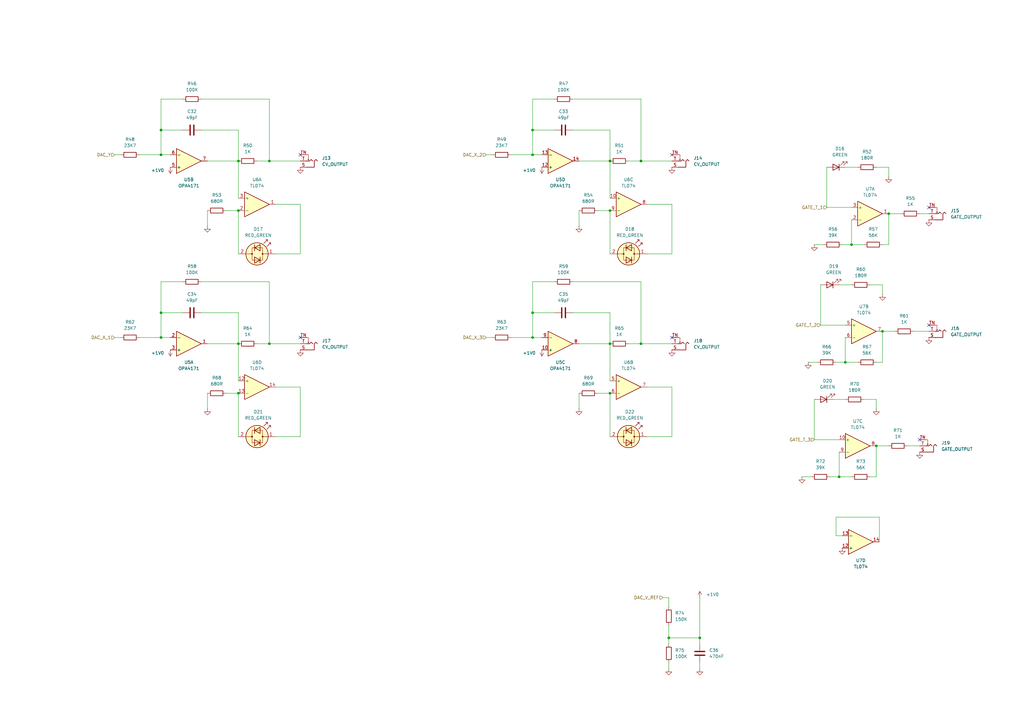
<source format=kicad_sch>
(kicad_sch (version 20250114) (generator "eeschema") (generator_version "9.0")
  (paper "A3")
  (lib_symbols
    (symbol "Amplifier_Operational:OPA4134" (pin_names (offset 0.127))
      (property "Reference" "U" (at 0 5.08 0))
      (property "Value" "OPA4134" (at 0 -5.08 0))
      (symbol "OPA4134_1_1"
        (polyline (pts (xy -5.08 5.08) (xy 5.08 0) (xy -5.08 -5.08) (xy -5.08 5.08)) (stroke (width 0.254)) (fill (type background)))
        (pin input line (at -7.62 2.54 0) (length 2.54) (name "+") (number "3"))
        (pin input line (at -7.62 -2.54 0) (length 2.54) (name "-") (number "2"))
        (pin output line (at 7.62 0 180) (length 2.54) (name "~") (number "1"))
      )
      (symbol "OPA4134_2_1"
        (polyline (pts (xy -5.08 5.08) (xy 5.08 0) (xy -5.08 -5.08) (xy -5.08 5.08)) (stroke (width 0.254)) (fill (type background)))
        (pin input line (at -7.62 2.54 0) (length 2.54) (name "+") (number "5"))
        (pin input line (at -7.62 -2.54 0) (length 2.54) (name "-") (number "6"))
        (pin output line (at 7.62 0 180) (length 2.54) (name "~") (number "7"))
      )
      (symbol "OPA4134_3_1"
        (polyline (pts (xy -5.08 5.08) (xy 5.08 0) (xy -5.08 -5.08) (xy -5.08 5.08)) (stroke (width 0.254)) (fill (type background)))
        (pin input line (at -7.62 2.54 0) (length 2.54) (name "+") (number "10"))
        (pin input line (at -7.62 -2.54 0) (length 2.54) (name "-") (number "9"))
        (pin output line (at 7.62 0 180) (length 2.54) (name "~") (number "8"))
      )
      (symbol "OPA4134_4_1"
        (polyline (pts (xy -5.08 5.08) (xy 5.08 0) (xy -5.08 -5.08) (xy -5.08 5.08)) (stroke (width 0.254)) (fill (type background)))
        (pin input line (at -7.62 2.54 0) (length 2.54) (name "+") (number "12"))
        (pin input line (at -7.62 -2.54 0) (length 2.54) (name "-") (number "13"))
        (pin output line (at 7.62 0 180) (length 2.54) (name "~") (number "14"))
      )
      (symbol "OPA4134_5_1"
        (pin power_in line (at -2.54 7.62 270) (length 3.81) (name "V+") (number "4"))
        (pin power_in line (at -2.54 -7.62 90) (length 3.81) (name "V-") (number "11"))
      )
    )
    (symbol "Amplifier_Operational:TL074" (pin_names (offset 0.127))
      (property "Reference" "U" (at 0 5.08 0))
      (property "Value" "TL074" (at 0 -5.08 0))
      (symbol "TL074_1_1"
        (polyline (pts (xy -5.08 5.08) (xy 5.08 0) (xy -5.08 -5.08) (xy -5.08 5.08)) (stroke (width 0.254)) (fill (type background)))
        (pin input line (at -7.62 2.54 0) (length 2.54) (name "+") (number "3"))
        (pin input line (at -7.62 -2.54 0) (length 2.54) (name "-") (number "2"))
        (pin output line (at 7.62 0 180) (length 2.54) (name "~") (number "1"))
      )
      (symbol "TL074_2_1"
        (polyline (pts (xy -5.08 5.08) (xy 5.08 0) (xy -5.08 -5.08) (xy -5.08 5.08)) (stroke (width 0.254)) (fill (type background)))
        (pin input line (at -7.62 2.54 0) (length 2.54) (name "+") (number "5"))
        (pin input line (at -7.62 -2.54 0) (length 2.54) (name "-") (number "6"))
        (pin output line (at 7.62 0 180) (length 2.54) (name "~") (number "7"))
      )
      (symbol "TL074_3_1"
        (polyline (pts (xy -5.08 5.08) (xy 5.08 0) (xy -5.08 -5.08) (xy -5.08 5.08)) (stroke (width 0.254)) (fill (type background)))
        (pin input line (at -7.62 2.54 0) (length 2.54) (name "+") (number "10"))
        (pin input line (at -7.62 -2.54 0) (length 2.54) (name "-") (number "9"))
        (pin output line (at 7.62 0 180) (length 2.54) (name "~") (number "8"))
      )
      (symbol "TL074_4_1"
        (polyline (pts (xy -5.08 5.08) (xy 5.08 0) (xy -5.08 -5.08) (xy -5.08 5.08)) (stroke (width 0.254)) (fill (type background)))
        (pin input line (at -7.62 2.54 0) (length 2.54) (name "+") (number "12"))
        (pin input line (at -7.62 -2.54 0) (length 2.54) (name "-") (number "13"))
        (pin output line (at 7.62 0 180) (length 2.54) (name "~") (number "14"))
      )
      (symbol "TL074_5_1"
        (pin power_in line (at -2.54 7.62 270) (length 3.81) (name "V+") (number "4"))
        (pin power_in line (at -2.54 -7.62 90) (length 3.81) (name "V-") (number "11"))
      )
    )
    (symbol "Device:C" (pin_numbers (hide yes)) (pin_names (offset 0.254))
      (property "Reference" "C" (at 0.635 2.54 0))
      (property "Value" "C" (at 0.635 -2.54 0))
      (symbol "C_0_1"
        (polyline (pts (xy -2.032 0.762) (xy 2.032 0.762)) (stroke (width 0.508)))
        (polyline (pts (xy -2.032 -0.762) (xy 2.032 -0.762)) (stroke (width 0.508)))
      )
      (symbol "C_1_1"
        (pin passive line (at 0 3.81 270) (length 2.794) (name "~") (number "1"))
        (pin passive line (at 0 -3.81 90) (length 2.794) (name "~") (number "2"))
      )
    )
    (symbol "Device:LED_Dual_Bidirectional" (pin_names (offset 0) (hide yes))
      (property "Reference" "D" (at 0 5.715 0))
      (property "Value" "LED_Dual_Bidirectional" (at 0 -6.35 0))
      (symbol "LED_Dual_Bidirectional_0_1"
        (polyline (pts (xy -4.572 0) (xy -2.54 0)))
        (circle (center -2.032 0) (radius 0.254) (fill (type outline)))
        (polyline (pts (xy -2.032 0) (xy -2.54 0)))
        (polyline (pts (xy -1.016 3.81) (xy -1.016 1.27)) (stroke (width 0.254)))
        (polyline (pts (xy -1.016 -1.27) (xy -1.016 -3.81) (xy 1.27 -2.54) (xy -1.016 -1.27)) (stroke (width 0.254)))
        (circle (center 0 0) (radius 4.572) (stroke (width 0.254)) (fill (type background)))
        (polyline (pts (xy 1.27 3.81) (xy 1.27 1.27) (xy -1.016 2.54) (xy 1.27 3.81)) (stroke (width 0.254)))
        (polyline (pts (xy 1.27 -1.27) (xy 1.27 -3.81)) (stroke (width 0.254)))
        (polyline (pts (xy 2.286 2.54) (xy -2.032 2.54) (xy -2.032 -2.54) (xy 2.286 -2.54) (xy 2.286 2.54)))
        (circle (center 2.286 0) (radius 0.254) (fill (type outline)))
        (polyline (pts (xy 2.794 4.318) (xy 4.318 5.842) (xy 3.556 5.842)) (stroke (width 0.2032)))
        (polyline (pts (xy 4.064 3.048) (xy 5.588 4.572) (xy 4.826 4.572)) (stroke (width 0.2032)))
        (polyline (pts (xy 4.064 0) (xy 2.286 0)) (fill (type outline)))
        (polyline (pts (xy 4.318 5.842) (xy 4.318 5.08)) (stroke (width 0.2032)))
        (polyline (pts (xy 5.588 4.572) (xy 5.588 3.81)) (stroke (width 0.2032)))
      )
      (symbol "LED_Dual_Bidirectional_1_1"
        (pin input line (at -7.62 0 0) (length 3.048) (name "AK") (number "2"))
        (pin input line (at 7.62 0 180) (length 3.81) (name "KA") (number "1"))
      )
    )
    (symbol "Device:R" (pin_numbers (hide yes)) (pin_names (offset 0))
      (property "Reference" "R" (at 2.032 0 90))
      (property "Value" "R" (at 0 0 90))
      (symbol "R_0_1"
        (rectangle (start -1.016 -2.54) (end 1.016 2.54) (stroke (width 0.254)))
      )
      (symbol "R_1_1"
        (pin passive line (at 0 3.81 270) (length 1.27) (name "~") (number "1"))
        (pin passive line (at 0 -3.81 90) (length 1.27) (name "~") (number "2"))
      )
    )
    (symbol "power:+1V0" (power) (pin_numbers (hide yes)) (pin_names (offset 0) (hide yes))
      (property "Value" "+1V0" (at 0 3.556 0))
      (symbol "+1V0_0_1"
        (polyline (pts (xy -0.762 1.27) (xy 0 2.54)))
        (polyline (pts (xy 0 2.54) (xy 0.762 1.27)))
        (polyline (pts (xy 0 0) (xy 0 2.54)))
      )
      (symbol "+1V0_1_1"
        (pin power_in line (at 0 0 90) (length 0) (name "~") (number "1"))
      )
    )
    (symbol "power:GND" (power) (pin_numbers (hide yes)) (pin_names (offset 0) (hide yes))
      (property "Value" "GND" (at 0 -3.81 0))
      (symbol "GND_0_1"
        (polyline (pts (xy 0 0) (xy 0 -1.27) (xy 1.27 -1.27) (xy 0 -2.54) (xy -1.27 -1.27) (xy 0 -1.27)))
      )
      (symbol "GND_1_1"
        (pin power_in line (at 0 0 270) (length 0) (name "~") (number "1"))
      )
    )
    (symbol "synth:AudioJack_Mono_3.5mm"
      (property "Reference" "J" (at 0 8.89 0))
      (property "Value" "AudioJack_Mono_3.5mm" (at 0 6.35 0))
      (symbol "AudioJack_Mono_3.5mm_0_1"
        (polyline (pts (xy 0 0) (xy 0.635 -0.635) (xy 1.27 0) (xy 2.54 0)) (stroke (width 0.254)))
        (polyline (pts (xy 1.778 -0.254) (xy 2.032 -0.762)))
        (polyline (pts (xy 2.54 2.54) (xy -0.635 2.54) (xy -0.635 0) (xy -1.27 -0.635) (xy -1.905 0)) (stroke (width 0.254)))
        (polyline (pts (xy 2.54 -2.54) (xy 1.778 -2.54) (xy 1.778 -0.254) (xy 1.524 -0.762)))
      )
      (symbol "AudioJack_Mono_3.5mm_1_1"
        (pin passive line (at 5.08 2.54 180) (length 2.54) (name "~") (number "S"))
        (pin passive line (at 5.08 0 180) (length 2.54) (name "~") (number "T"))
        (pin passive line (at 5.08 -2.54 180) (length 2.54) (name "~") (number "TN"))
      )
    )
    (symbol "synth:LED (3mm)" (pin_numbers (hide yes)) (pin_names (offset 1.016) (hide yes))
      (property "Reference" "D" (at 0 2.54 0))
      (property "Value" "LED" (at 0 -2.54 0))
      (symbol "LED (3mm)_0_1"
        (polyline (pts (xy -3.048 -0.762) (xy -4.572 -2.286) (xy -3.81 -2.286) (xy -4.572 -2.286) (xy -4.572 -1.524)))
        (polyline (pts (xy -1.778 -0.762) (xy -3.302 -2.286) (xy -2.54 -2.286) (xy -3.302 -2.286) (xy -3.302 -1.524)))
        (polyline (pts (xy -1.27 0) (xy 1.27 0)))
        (polyline (pts (xy -1.27 -1.27) (xy -1.27 1.27)) (stroke (width 0.254)))
        (polyline (pts (xy 1.27 -1.27) (xy 1.27 1.27) (xy -1.27 0) (xy 1.27 -1.27)) (stroke (width 0.254)))
      )
      (symbol "LED (3mm)_1_1"
        (pin passive line (at -3.81 0 0) (length 2.54) (name "K") (number "1"))
        (pin passive line (at 3.81 0 180) (length 2.54) (name "A") (number "2"))
      )
    )
  )
  (junction (at 66.04 128.27))
  (junction (at 97.79 161.29))
  (junction (at 97.79 66.04))
  (junction (at 66.04 53.34))
  (junction (at 250.19 161.29))
  (junction (at 349.25 100.33))
  (junction (at 66.04 63.5))
  (junction (at 250.19 86.36))
  (junction (at 359.41 182.88))
  (junction (at 66.04 138.43))
  (junction (at 287.02 261.62))
  (junction (at 218.44 63.5))
  (junction (at 346.71 148.59))
  (junction (at 218.44 53.34))
  (junction (at 97.79 86.36))
  (junction (at 262.89 66.04))
  (junction (at 110.49 140.97))
  (junction (at 218.44 128.27))
  (junction (at 262.89 140.97))
  (junction (at 250.19 66.04))
  (junction (at 250.19 140.97))
  (junction (at 97.79 140.97))
  (junction (at 364.49 87.63))
  (junction (at 218.44 138.43))
  (junction (at 361.95 135.89))
  (junction (at 110.49 66.04))
  (junction (at 274.32 261.62))
  (junction (at 344.17 195.58))
  (no_connect (at 377.19 180.34))
  (no_connect (at 275.59 138.43))
  (no_connect (at 275.59 63.5))
  (no_connect (at 123.19 63.5))
  (no_connect (at 381 133.35))
  (no_connect (at 381 85.09))
  (no_connect (at 123.19 138.43))
  (wire (pts (xy 359.41 148.59) (xy 361.95 148.59)))
  (wire (pts (xy 227.33 128.27) (xy 218.44 128.27)))
  (wire (pts (xy 82.55 115.57) (xy 110.49 115.57)))
  (wire (pts (xy 46.99 138.43) (xy 49.53 138.43)))
  (wire (pts (xy 218.44 63.5) (xy 222.25 63.5)))
  (wire (pts (xy 66.04 128.27) (xy 66.04 138.43)))
  (wire (pts (xy 250.19 128.27) (xy 250.19 140.97)))
  (wire (pts (xy 97.79 53.34) (xy 97.79 66.04)))
  (wire (pts (xy 346.71 163.83) (xy 341.63 163.83)))
  (wire (pts (xy 334.01 163.83) (xy 334.01 180.34)))
  (wire (pts (xy 234.95 115.57) (xy 262.89 115.57)))
  (wire (pts (xy 123.19 158.75) (xy 113.03 158.75)))
  (wire (pts (xy 346.71 148.59) (xy 351.79 148.59)))
  (wire (pts (xy 364.49 182.88) (xy 359.41 182.88)))
  (wire (pts (xy 123.19 104.14) (xy 123.19 83.82)))
  (wire (pts (xy 287.02 264.16) (xy 287.02 261.62)))
  (wire (pts (xy 342.9 148.59) (xy 346.71 148.59)))
  (wire (pts (xy 359.41 195.58) (xy 359.41 182.88)))
  (wire (pts (xy 97.79 128.27) (xy 97.79 140.97)))
  (wire (pts (xy 381 135.89) (xy 374.65 135.89)))
  (wire (pts (xy 274.32 261.62) (xy 274.32 264.16)))
  (wire (pts (xy 274.32 256.54) (xy 274.32 261.62)))
  (wire (pts (xy 377.19 182.88) (xy 372.11 182.88)))
  (wire (pts (xy 234.95 40.64) (xy 262.89 40.64)))
  (wire (pts (xy 359.41 163.83) (xy 359.41 167.64)))
  (wire (pts (xy 265.43 104.14) (xy 275.59 104.14)))
  (wire (pts (xy 110.49 115.57) (xy 110.49 140.97)))
  (wire (pts (xy 331.47 148.59) (xy 335.28 148.59)))
  (wire (pts (xy 92.71 86.36) (xy 97.79 86.36)))
  (wire (pts (xy 257.81 66.04) (xy 262.89 66.04)))
  (wire (pts (xy 349.25 85.09) (xy 339.09 85.09)))
  (wire (pts (xy 227.33 115.57) (xy 218.44 115.57)))
  (wire (pts (xy 110.49 66.04) (xy 123.19 66.04)))
  (wire (pts (xy 344.17 185.42) (xy 344.17 195.58)))
  (wire (pts (xy 199.39 63.5) (xy 201.93 63.5)))
  (wire (pts (xy 92.71 161.29) (xy 97.79 161.29)))
  (wire (pts (xy 105.41 140.97) (xy 110.49 140.97)))
  (wire (pts (xy 237.49 92.71) (xy 237.49 86.36)))
  (wire (pts (xy 57.15 138.43) (xy 66.04 138.43)))
  (wire (pts (xy 85.09 140.97) (xy 97.79 140.97)))
  (wire (pts (xy 351.79 68.58) (xy 346.71 68.58)))
  (wire (pts (xy 349.25 116.84) (xy 344.17 116.84)))
  (wire (pts (xy 74.93 53.34) (xy 66.04 53.34)))
  (wire (pts (xy 97.79 140.97) (xy 97.79 156.21)))
  (wire (pts (xy 346.71 138.43) (xy 346.71 148.59)))
  (wire (pts (xy 364.49 68.58) (xy 359.41 68.58)))
  (wire (pts (xy 340.36 195.58) (xy 344.17 195.58)))
  (wire (pts (xy 287.02 274.32) (xy 287.02 271.78)))
  (wire (pts (xy 227.33 40.64) (xy 218.44 40.64)))
  (wire (pts (xy 199.39 138.43) (xy 201.93 138.43)))
  (wire (pts (xy 345.44 100.33) (xy 349.25 100.33)))
  (wire (pts (xy 85.09 92.71) (xy 85.09 86.36)))
  (wire (pts (xy 209.55 138.43) (xy 218.44 138.43)))
  (wire (pts (xy 342.9 219.71) (xy 342.9 212.09)))
  (wire (pts (xy 66.04 138.43) (xy 69.85 138.43)))
  (wire (pts (xy 82.55 53.34) (xy 97.79 53.34)))
  (wire (pts (xy 328.93 195.58) (xy 332.74 195.58)))
  (wire (pts (xy 275.59 83.82) (xy 265.43 83.82)))
  (wire (pts (xy 227.33 53.34) (xy 218.44 53.34)))
  (wire (pts (xy 97.79 161.29) (xy 97.79 179.07)))
  (wire (pts (xy 336.55 116.84) (xy 336.55 133.35)))
  (wire (pts (xy 275.59 158.75) (xy 265.43 158.75)))
  (wire (pts (xy 250.19 140.97) (xy 250.19 156.21)))
  (wire (pts (xy 262.89 140.97) (xy 275.59 140.97)))
  (wire (pts (xy 218.44 40.64) (xy 218.44 53.34)))
  (wire (pts (xy 364.49 68.58) (xy 364.49 72.39)))
  (wire (pts (xy 97.79 66.04) (xy 97.79 81.28)))
  (wire (pts (xy 245.11 161.29) (xy 250.19 161.29)))
  (wire (pts (xy 287.02 245.11) (xy 287.02 261.62)))
  (wire (pts (xy 97.79 86.36) (xy 97.79 104.14)))
  (wire (pts (xy 262.89 66.04) (xy 275.59 66.04)))
  (wire (pts (xy 361.95 100.33) (xy 364.49 100.33)))
  (wire (pts (xy 364.49 100.33) (xy 364.49 87.63)))
  (wire (pts (xy 66.04 63.5) (xy 69.85 63.5)))
  (wire (pts (xy 257.81 140.97) (xy 262.89 140.97)))
  (wire (pts (xy 218.44 53.34) (xy 218.44 63.5)))
  (wire (pts (xy 369.57 87.63) (xy 364.49 87.63)))
  (wire (pts (xy 218.44 115.57) (xy 218.44 128.27)))
  (wire (pts (xy 66.04 115.57) (xy 66.04 128.27)))
  (wire (pts (xy 74.93 128.27) (xy 66.04 128.27)))
  (wire (pts (xy 234.95 53.34) (xy 250.19 53.34)))
  (wire (pts (xy 265.43 179.07) (xy 275.59 179.07)))
  (wire (pts (xy 74.93 40.64) (xy 66.04 40.64)))
  (wire (pts (xy 361.95 116.84) (xy 356.87 116.84)))
  (wire (pts (xy 262.89 40.64) (xy 262.89 66.04)))
  (wire (pts (xy 123.19 83.82) (xy 113.03 83.82)))
  (wire (pts (xy 344.17 195.58) (xy 349.25 195.58)))
  (wire (pts (xy 250.19 161.29) (xy 250.19 179.07)))
  (wire (pts (xy 82.55 128.27) (xy 97.79 128.27)))
  (wire (pts (xy 360.68 212.09) (xy 360.68 222.25)))
  (wire (pts (xy 105.41 66.04) (xy 110.49 66.04)))
  (wire (pts (xy 237.49 140.97) (xy 250.19 140.97)))
  (wire (pts (xy 271.78 245.11) (xy 274.32 245.11)))
  (wire (pts (xy 274.32 245.11) (xy 274.32 248.92)))
  (wire (pts (xy 349.25 90.17) (xy 349.25 100.33)))
  (wire (pts (xy 342.9 212.09) (xy 360.68 212.09)))
  (wire (pts (xy 250.19 53.34) (xy 250.19 66.04)))
  (wire (pts (xy 345.44 219.71) (xy 342.9 219.71)))
  (wire (pts (xy 274.32 261.62) (xy 287.02 261.62)))
  (wire (pts (xy 209.55 63.5) (xy 218.44 63.5)))
  (wire (pts (xy 237.49 167.64) (xy 237.49 161.29)))
  (wire (pts (xy 66.04 40.64) (xy 66.04 53.34)))
  (wire (pts (xy 218.44 128.27) (xy 218.44 138.43)))
  (wire (pts (xy 346.71 133.35) (xy 336.55 133.35)))
  (wire (pts (xy 113.03 104.14) (xy 123.19 104.14)))
  (wire (pts (xy 46.99 63.5) (xy 49.53 63.5)))
  (wire (pts (xy 113.03 179.07) (xy 123.19 179.07)))
  (wire (pts (xy 85.09 167.64) (xy 85.09 161.29)))
  (wire (pts (xy 361.95 116.84) (xy 361.95 120.65)))
  (wire (pts (xy 359.41 163.83) (xy 354.33 163.83)))
  (wire (pts (xy 234.95 128.27) (xy 250.19 128.27)))
  (wire (pts (xy 339.09 68.58) (xy 339.09 85.09)))
  (wire (pts (xy 349.25 100.33) (xy 354.33 100.33)))
  (wire (pts (xy 381 87.63) (xy 377.19 87.63)))
  (wire (pts (xy 66.04 53.34) (xy 66.04 63.5)))
  (wire (pts (xy 344.17 180.34) (xy 334.01 180.34)))
  (wire (pts (xy 123.19 179.07) (xy 123.19 158.75)))
  (wire (pts (xy 274.32 271.78) (xy 274.32 274.32)))
  (wire (pts (xy 110.49 140.97) (xy 123.19 140.97)))
  (wire (pts (xy 361.95 148.59) (xy 361.95 135.89)))
  (wire (pts (xy 334.01 100.33) (xy 337.82 100.33)))
  (wire (pts (xy 250.19 66.04) (xy 250.19 81.28)))
  (wire (pts (xy 57.15 63.5) (xy 66.04 63.5)))
  (wire (pts (xy 82.55 40.64) (xy 110.49 40.64)))
  (wire (pts (xy 356.87 195.58) (xy 359.41 195.58)))
  (wire (pts (xy 262.89 115.57) (xy 262.89 140.97)))
  (wire (pts (xy 237.49 66.04) (xy 250.19 66.04)))
  (wire (pts (xy 275.59 179.07) (xy 275.59 158.75)))
  (wire (pts (xy 74.93 115.57) (xy 66.04 115.57)))
  (wire (pts (xy 110.49 40.64) (xy 110.49 66.04)))
  (wire (pts (xy 275.59 104.14) (xy 275.59 83.82)))
  (wire (pts (xy 250.19 86.36) (xy 250.19 104.14)))
  (wire (pts (xy 85.09 66.04) (xy 97.79 66.04)))
  (wire (pts (xy 218.44 138.43) (xy 222.25 138.43)))
  (wire (pts (xy 245.11 86.36) (xy 250.19 86.36)))
  (wire (pts (xy 367.03 135.89) (xy 361.95 135.89)))
  (hierarchical_label "DAC_X_3" (shape input) (at 199.39 138.43 180))
  (hierarchical_label "DAC_V_REF" (shape input) (at 271.78 245.11 180))
  (hierarchical_label "GATE_T_1" (shape input) (at 339.09 85.09 180))
  (hierarchical_label "DAC_X_1" (shape input) (at 46.99 138.43 180))
  (hierarchical_label "DAC_Y" (shape input) (at 46.99 63.5 180))
  (hierarchical_label "DAC_X_2" (shape input) (at 199.39 63.5 180))
  (hierarchical_label "GATE_T_3" (shape input) (at 334.01 180.34 180))
  (hierarchical_label "GATE_T_2" (shape input) (at 336.55 133.35 180))
  (symbol (lib_id "Amplifier_Operational:OPA4134") (at 229.87 140.97 0) (mirror x) (unit 3)
    (property "Reference" "U5" (at 229.87 148.59 0))
    (property "Value" "OPA4171" (at 229.87 151.13 0))
    (property "Footprint" "Synth:SOIC-14" (effects (hide yes)))
    (property "Datasheet" "http://www.ti.com/lit/ds/symlink/opa134.pdf" (effects (hide yes)))
    (property "Description" "Quad SoundPlus High Performance Audio Operational Amplifiers, SOIC-14" (effects (hide yes)))
  )
  (symbol (lib_id "synth:LED (3mm)") (at 340.36 116.84 180) (unit 1)
    (property "Reference" "D19" (at 341.9475 109.22 0))
    (property "Value" "GREEN" (at 341.9475 111.76 0))
    (property "Footprint" "Synth:LED_D3.0mm_SM" (effects (hide yes)))
    (property "Description" "Light emitting diode" (effects (hide yes)))
  )
  (symbol (lib_id "synth:AudioJack_Mono_3.5mm") (at 386.08 87.63 180) (unit 1)
    (property "Reference" "J15" (at 389.89 86.4234 0) (effects (justify right)))
    (property "Value" "GATE_OUTPUT" (at 389.89 88.9634 0) (effects (justify right)))
    (property "Footprint" "Synth:Jack_3.5mm_QingPu_WQP-PJ398SM_SM" (effects (hide yes)))
    (property "Description" "Audio Jack, 2 Poles (Mono / TS), Switched T Pole (Normalling)" (effects (hide yes)))
  )
  (symbol (lib_id "Device:R") (at 231.14 40.64 90) (unit 1)
    (property "Reference" "R47" (at 231.14 34.29 90))
    (property "Value" "100K" (at 231.14 36.83 90))
    (property "Footprint" "Resistor_SMD:R_0805_2012Metric_Pad1.20x1.40mm_HandSolder" (effects (hide yes)))
    (property "Description" "Resistor" (effects (hide yes)))
  )
  (symbol (lib_id "synth:AudioJack_Mono_3.5mm") (at 280.67 140.97 180) (unit 1)
    (property "Reference" "J18" (at 284.48 139.7634 0) (effects (justify right)))
    (property "Value" "CV_OUTPUT" (at 284.48 142.3034 0) (effects (justify right)))
    (property "Footprint" "Synth:Jack_3.5mm_QingPu_WQP-PJ398SM_SM" (effects (hide yes)))
    (property "Description" "Audio Jack, 2 Poles (Mono / TS), Switched T Pole (Normalling)" (effects (hide yes)))
  )
  (symbol (lib_id "power:GND") (at 123.19 68.58 0) (unit 1)
    (property "Reference" "#PWR0225" (effects (hide yes)))
    (property "Value" "GND" (effects (hide yes)))
    (property "Description" "Power symbol creates a global label with name \"GND\" , ground" (effects (hide yes)))
  )
  (symbol (lib_id "Device:R") (at 336.55 195.58 90) (unit 1)
    (property "Reference" "R72" (at 336.55 189.23 90))
    (property "Value" "39K" (at 336.55 191.77 90))
    (property "Footprint" "Resistor_SMD:R_0805_2012Metric_Pad1.20x1.40mm_HandSolder" (effects (hide yes)))
    (property "Description" "Resistor" (effects (hide yes)))
  )
  (symbol (lib_id "synth:AudioJack_Mono_3.5mm") (at 128.27 66.04 180) (unit 1)
    (property "Reference" "J13" (at 132.08 64.8334 0) (effects (justify right)))
    (property "Value" "CV_OUTPUT" (at 132.08 67.3734 0) (effects (justify right)))
    (property "Footprint" "Synth:Jack_3.5mm_QingPu_WQP-PJ398SM_SM" (effects (hide yes)))
    (property "Description" "Audio Jack, 2 Poles (Mono / TS), Switched T Pole (Normalling)" (effects (hide yes)))
  )
  (symbol (lib_id "Device:R") (at 53.34 138.43 90) (unit 1)
    (property "Reference" "R62" (at 53.34 132.08 90))
    (property "Value" "23K7" (at 53.34 134.62 90))
    (property "Footprint" "Resistor_SMD:R_0805_2012Metric_Pad1.20x1.40mm_HandSolder" (effects (hide yes)))
    (property "Description" "Resistor" (effects (hide yes)))
  )
  (symbol (lib_id "power:GND") (at 85.09 92.71 0) (unit 1)
    (property "Reference" "#PWR0226" (effects (hide yes)))
    (property "Value" "GND" (effects (hide yes)))
    (property "Description" "Power symbol creates a global label with name \"GND\" , ground" (effects (hide yes)))
  )
  (symbol (lib_id "power:GND") (at 381 90.17 0) (unit 1)
    (property "Reference" "#PWR0234" (effects (hide yes)))
    (property "Value" "GND" (effects (hide yes)))
    (property "Description" "Power symbol creates a global label with name \"GND\" , ground" (effects (hide yes)))
  )
  (symbol (lib_id "Device:C") (at 78.74 128.27 270) (unit 1)
    (property "Reference" "C34" (at 78.74 120.65 90))
    (property "Value" "49pF" (at 78.74 123.19 90))
    (property "Footprint" "Capacitor_SMD:C_0805_2012Metric_Pad1.18x1.45mm_HandSolder" (effects (hide yes)))
    (property "Description" "Unpolarized capacitor" (effects (hide yes)))
  )
  (symbol (lib_id "Device:R") (at 205.74 63.5 90) (unit 1)
    (property "Reference" "R49" (at 205.74 57.15 90))
    (property "Value" "23K7" (at 205.74 59.69 90))
    (property "Footprint" "Resistor_SMD:R_0805_2012Metric_Pad1.20x1.40mm_HandSolder" (effects (hide yes)))
    (property "Description" "Resistor" (effects (hide yes)))
  )
  (symbol (lib_id "Device:R") (at 341.63 100.33 90) (unit 1)
    (property "Reference" "R56" (at 341.63 93.98 90))
    (property "Value" "39K" (at 341.63 96.52 90))
    (property "Footprint" "Resistor_SMD:R_0805_2012Metric_Pad1.20x1.40mm_HandSolder" (effects (hide yes)))
    (property "Description" "Resistor" (effects (hide yes)))
  )
  (symbol (lib_id "Amplifier_Operational:OPA4134") (at 77.47 66.04 0) (mirror x) (unit 2)
    (property "Reference" "U5" (at 77.47 73.66 0))
    (property "Value" "OPA4171" (at 77.47 76.2 0))
    (property "Footprint" "Synth:SOIC-14" (effects (hide yes)))
    (property "Datasheet" "http://www.ti.com/lit/ds/symlink/opa134.pdf" (effects (hide yes)))
    (property "Description" "Quad SoundPlus High Performance Audio Operational Amplifiers, SOIC-14" (effects (hide yes)))
  )
  (symbol (lib_id "Device:LED_Dual_Bidirectional") (at 105.41 179.07 0) (unit 1)
    (property "Reference" "D21" (at 105.9053 168.91 0))
    (property "Value" "RED_GREEN" (at 105.9053 171.45 0))
    (property "Footprint" "Synth:LED_D3.0mm_SM" (effects (hide yes)))
    (property "Description" "Dual LED, bidirectional" (effects (hide yes)))
  )
  (symbol (lib_id "Device:C") (at 78.74 53.34 270) (unit 1)
    (property "Reference" "C32" (at 78.74 45.72 90))
    (property "Value" "49pF" (at 78.74 48.26 90))
    (property "Footprint" "Capacitor_SMD:C_0805_2012Metric_Pad1.18x1.45mm_HandSolder" (effects (hide yes)))
    (property "Description" "Unpolarized capacitor" (effects (hide yes)))
  )
  (symbol (lib_id "Device:R") (at 355.6 148.59 90) (unit 1)
    (property "Reference" "R67" (at 355.6 142.24 90))
    (property "Value" "56K" (at 355.6 144.78 90))
    (property "Footprint" "Resistor_SMD:R_0805_2012Metric_Pad1.20x1.40mm_HandSolder" (effects (hide yes)))
    (property "Description" "Resistor" (effects (hide yes)))
  )
  (symbol (lib_id "Device:R") (at 88.9 86.36 90) (unit 1)
    (property "Reference" "R53" (at 88.9 80.01 90))
    (property "Value" "680R" (at 88.9 82.55 90))
    (property "Footprint" "Resistor_SMD:R_0805_2012Metric_Pad1.20x1.40mm_HandSolder" (effects (hide yes)))
    (property "Description" "Resistor" (effects (hide yes)))
  )
  (symbol (lib_id "synth:AudioJack_Mono_3.5mm") (at 386.08 135.89 180) (unit 1)
    (property "Reference" "J16" (at 389.89 134.6834 0) (effects (justify right)))
    (property "Value" "GATE_OUTPUT" (at 389.89 137.2234 0) (effects (justify right)))
    (property "Footprint" "Synth:Jack_3.5mm_QingPu_WQP-PJ398SM_SM" (effects (hide yes)))
    (property "Description" "Audio Jack, 2 Poles (Mono / TS), Switched T Pole (Normalling)" (effects (hide yes)))
  )
  (symbol (lib_id "power:GND") (at 359.41 167.64 0) (unit 1)
    (property "Reference" "#PWR0239" (effects (hide yes)))
    (property "Value" "GND" (effects (hide yes)))
    (property "Description" "Power symbol creates a global label with name \"GND\" , ground" (effects (hide yes)))
  )
  (symbol (lib_id "power:GND") (at 331.47 148.59 0) (unit 1)
    (property "Reference" "#PWR0238" (effects (hide yes)))
    (property "Value" "GND" (effects (hide yes)))
    (property "Description" "Power symbol creates a global label with name \"GND\" , ground" (effects (hide yes)))
  )
  (symbol (lib_id "Device:R") (at 241.3 86.36 90) (unit 1)
    (property "Reference" "R54" (at 241.3 80.01 90))
    (property "Value" "680R" (at 241.3 82.55 90))
    (property "Footprint" "Resistor_SMD:R_0805_2012Metric_Pad1.20x1.40mm_HandSolder" (effects (hide yes)))
    (property "Description" "Resistor" (effects (hide yes)))
  )
  (symbol (lib_id "Amplifier_Operational:TL074") (at 105.41 158.75 0) (unit 4)
    (property "Reference" "U6" (at 105.41 148.59 0))
    (property "Value" "TL074" (at 105.41 151.13 0))
    (property "Footprint" "Synth:SOIC-14" (effects (hide yes)))
    (property "Datasheet" "http://www.ti.com/lit/ds/symlink/tl071.pdf" (effects (hide yes)))
    (property "Description" "Quad Low-Noise JFET-Input Operational Amplifiers, DIP-14/SOIC-14" (effects (hide yes)))
  )
  (symbol (lib_id "Device:R") (at 355.6 68.58 90) (unit 1)
    (property "Reference" "R52" (at 355.6 62.23 90))
    (property "Value" "180R" (at 355.6 64.77 90))
    (property "Footprint" "Resistor_SMD:R_0805_2012Metric_Pad1.20x1.40mm_HandSolder" (effects (hide yes)))
    (property "Description" "Resistor" (effects (hide yes)))
  )
  (symbol (lib_id "synth:LED (3mm)") (at 337.82 163.83 180) (unit 1)
    (property "Reference" "D20" (at 339.4075 156.21 0))
    (property "Value" "GREEN" (at 339.4075 158.75 0))
    (property "Footprint" "Synth:LED_D3.0mm_SM" (effects (hide yes)))
    (property "Description" "Light emitting diode" (effects (hide yes)))
  )
  (symbol (lib_id "Device:R") (at 254 140.97 90) (unit 1)
    (property "Reference" "R65" (at 254 134.62 90))
    (property "Value" "1K" (at 254 137.16 90))
    (property "Footprint" "Resistor_SMD:R_0805_2012Metric_Pad1.20x1.40mm_HandSolder" (effects (hide yes)))
    (property "Description" "Resistor" (effects (hide yes)))
  )
  (symbol (lib_id "power:+1V0") (at 222.25 143.51 180) (unit 1)
    (property "Reference" "#PWR0141" (effects (hide yes)))
    (property "Value" "+1V0" (at 219.71 144.7799 0) (effects (justify left)))
    (property "Description" "Power symbol creates a global label with name \"+1V0\"" (effects (hide yes)))
  )
  (symbol (lib_id "Device:R") (at 254 66.04 90) (unit 1)
    (property "Reference" "R51" (at 254 59.69 90))
    (property "Value" "1K" (at 254 62.23 90))
    (property "Footprint" "Resistor_SMD:R_0805_2012Metric_Pad1.20x1.40mm_HandSolder" (effects (hide yes)))
    (property "Description" "Resistor" (effects (hide yes)))
  )
  (symbol (lib_id "Amplifier_Operational:OPA4134") (at 229.87 66.04 0) (mirror x) (unit 4)
    (property "Reference" "U5" (at 229.87 73.66 0))
    (property "Value" "OPA4171" (at 229.87 76.2 0))
    (property "Footprint" "Synth:SOIC-14" (effects (hide yes)))
    (property "Datasheet" "http://www.ti.com/lit/ds/symlink/opa134.pdf" (effects (hide yes)))
    (property "Description" "Quad SoundPlus High Performance Audio Operational Amplifiers, SOIC-14" (effects (hide yes)))
  )
  (symbol (lib_id "power:+1V0") (at 222.25 68.58 180) (unit 1)
    (property "Reference" "#PWR0130" (effects (hide yes)))
    (property "Value" "+1V0" (at 219.71 69.8499 0) (effects (justify left)))
    (property "Description" "Power symbol creates a global label with name \"+1V0\"" (effects (hide yes)))
  )
  (symbol (lib_id "power:+1V0") (at 69.85 143.51 180) (unit 1)
    (property "Reference" "#PWR0139" (effects (hide yes)))
    (property "Value" "+1V0" (at 67.31 144.7799 0) (effects (justify left)))
    (property "Description" "Power symbol creates a global label with name \"+1V0\"" (effects (hide yes)))
  )
  (symbol (lib_id "power:GND") (at 237.49 92.71 0) (unit 1)
    (property "Reference" "#PWR0231" (effects (hide yes)))
    (property "Value" "GND" (effects (hide yes)))
    (property "Description" "Power symbol creates a global label with name \"GND\" , ground" (effects (hide yes)))
  )
  (symbol (lib_id "power:GND") (at 364.49 72.39 0) (unit 1)
    (property "Reference" "#PWR0236" (effects (hide yes)))
    (property "Value" "GND" (effects (hide yes)))
    (property "Description" "Power symbol creates a global label with name \"GND\" , ground" (effects (hide yes)))
  )
  (symbol (lib_id "power:GND") (at 274.32 274.32 0) (unit 1)
    (property "Reference" "#PWR0243" (effects (hide yes)))
    (property "Value" "GND" (effects (hide yes)))
    (property "Description" "Power symbol creates a global label with name \"GND\" , ground" (effects (hide yes)))
  )
  (symbol (lib_id "Device:R") (at 370.84 135.89 90) (unit 1)
    (property "Reference" "R61" (at 370.84 129.54 90))
    (property "Value" "1K" (at 370.84 132.08 90))
    (property "Footprint" "Resistor_SMD:R_0805_2012Metric_Pad1.20x1.40mm_HandSolder" (effects (hide yes)))
    (property "Description" "Resistor" (effects (hide yes)))
  )
  (symbol (lib_id "Amplifier_Operational:TL074") (at 351.79 182.88 0) (unit 3)
    (property "Reference" "U7" (at 351.79 172.72 0))
    (property "Value" "TL074" (at 351.79 175.26 0))
    (property "Footprint" "Synth:SOIC-14" (effects (hide yes)))
    (property "Datasheet" "http://www.ti.com/lit/ds/symlink/tl071.pdf" (effects (hide yes)))
    (property "Description" "Quad Low-Noise JFET-Input Operational Amplifiers, DIP-14/SOIC-14" (effects (hide yes)))
  )
  (symbol (lib_id "Device:LED_Dual_Bidirectional") (at 105.41 104.14 0) (unit 1)
    (property "Reference" "D17" (at 105.9053 93.98 0))
    (property "Value" "RED_GREEN" (at 105.9053 96.52 0))
    (property "Footprint" "Synth:LED_D3.0mm_SM" (effects (hide yes)))
    (property "Description" "Dual LED, bidirectional" (effects (hide yes)))
  )
  (symbol (lib_id "Device:R") (at 358.14 100.33 90) (unit 1)
    (property "Reference" "R57" (at 358.14 93.98 90))
    (property "Value" "56K" (at 358.14 96.52 90))
    (property "Footprint" "Resistor_SMD:R_0805_2012Metric_Pad1.20x1.40mm_HandSolder" (effects (hide yes)))
    (property "Description" "Resistor" (effects (hide yes)))
  )
  (symbol (lib_id "Device:R") (at 53.34 63.5 90) (unit 1)
    (property "Reference" "R48" (at 53.34 57.15 90))
    (property "Value" "23K7" (at 53.34 59.69 90))
    (property "Footprint" "Resistor_SMD:R_0805_2012Metric_Pad1.20x1.40mm_HandSolder" (effects (hide yes)))
    (property "Description" "Resistor" (effects (hide yes)))
  )
  (symbol (lib_id "Device:R") (at 353.06 116.84 90) (unit 1)
    (property "Reference" "R60" (at 353.06 110.49 90))
    (property "Value" "180R" (at 353.06 113.03 90))
    (property "Footprint" "Resistor_SMD:R_0805_2012Metric_Pad1.20x1.40mm_HandSolder" (effects (hide yes)))
    (property "Description" "Resistor" (effects (hide yes)))
  )
  (symbol (lib_id "Amplifier_Operational:OPA4134") (at 77.47 140.97 0) (mirror x) (unit 1)
    (property "Reference" "U5" (at 77.47 148.59 0))
    (property "Value" "OPA4171" (at 77.47 151.13 0))
    (property "Footprint" "Synth:SOIC-14" (effects (hide yes)))
    (property "Datasheet" "http://www.ti.com/lit/ds/symlink/opa134.pdf" (effects (hide yes)))
    (property "Description" "Quad SoundPlus High Performance Audio Operational Amplifiers, SOIC-14" (effects (hide yes)))
  )
  (symbol (lib_id "power:+1V0") (at 287.02 245.11 0) (unit 1)
    (property "Reference" "#PWR0150" (effects (hide yes)))
    (property "Value" "+1V0" (at 289.56 243.8399 0) (effects (justify left)))
    (property "Description" "Power symbol creates a global label with name \"+1V0\"" (effects (hide yes)))
  )
  (symbol (lib_id "Amplifier_Operational:TL074") (at 354.33 135.89 0) (unit 2)
    (property "Reference" "U7" (at 354.33 125.73 0))
    (property "Value" "TL074" (at 354.33 128.27 0))
    (property "Footprint" "Synth:SOIC-14" (effects (hide yes)))
    (property "Datasheet" "http://www.ti.com/lit/ds/symlink/tl071.pdf" (effects (hide yes)))
    (property "Description" "Quad Low-Noise JFET-Input Operational Amplifiers, DIP-14/SOIC-14" (effects (hide yes)))
  )
  (symbol (lib_id "Device:R") (at 241.3 161.29 90) (unit 1)
    (property "Reference" "R69" (at 241.3 154.94 90))
    (property "Value" "680R" (at 241.3 157.48 90))
    (property "Footprint" "Resistor_SMD:R_0805_2012Metric_Pad1.20x1.40mm_HandSolder" (effects (hide yes)))
    (property "Description" "Resistor" (effects (hide yes)))
  )
  (symbol (lib_id "Device:R") (at 101.6 140.97 90) (unit 1)
    (property "Reference" "R64" (at 101.6 134.62 90))
    (property "Value" "1K" (at 101.6 137.16 90))
    (property "Footprint" "Resistor_SMD:R_0805_2012Metric_Pad1.20x1.40mm_HandSolder" (effects (hide yes)))
    (property "Description" "Resistor" (effects (hide yes)))
  )
  (symbol (lib_id "Device:R") (at 274.32 267.97 0) (unit 1)
    (property "Reference" "R75" (at 276.86 266.6999 0) (effects (justify left)))
    (property "Value" "100K" (at 276.86 269.2399 0) (effects (justify left)))
    (property "Footprint" "Resistor_SMD:R_0805_2012Metric_Pad1.20x1.40mm_HandSolder" (effects (hide yes)))
    (property "Description" "Resistor" (effects (hide yes)))
  )
  (symbol (lib_id "Device:LED_Dual_Bidirectional") (at 257.81 104.14 0) (unit 1)
    (property "Reference" "D18" (at 258.3053 93.98 0))
    (property "Value" "RED_GREEN" (at 258.3053 96.52 0))
    (property "Footprint" "Synth:LED_D3.0mm_SM" (effects (hide yes)))
    (property "Description" "Dual LED, bidirectional" (effects (hide yes)))
  )
  (symbol (lib_id "Device:R") (at 373.38 87.63 90) (unit 1)
    (property "Reference" "R55" (at 373.38 81.28 90))
    (property "Value" "1K" (at 373.38 83.82 90))
    (property "Footprint" "Resistor_SMD:R_0805_2012Metric_Pad1.20x1.40mm_HandSolder" (effects (hide yes)))
    (property "Description" "Resistor" (effects (hide yes)))
  )
  (symbol (lib_id "Device:R") (at 231.14 115.57 90) (unit 1)
    (property "Reference" "R59" (at 231.14 109.22 90))
    (property "Value" "100K" (at 231.14 111.76 90))
    (property "Footprint" "Resistor_SMD:R_0805_2012Metric_Pad1.20x1.40mm_HandSolder" (effects (hide yes)))
    (property "Description" "Resistor" (effects (hide yes)))
  )
  (symbol (lib_id "power:GND") (at 287.02 274.32 0) (unit 1)
    (property "Reference" "#PWR0244" (effects (hide yes)))
    (property "Value" "GND" (effects (hide yes)))
    (property "Description" "Power symbol creates a global label with name \"GND\" , ground" (effects (hide yes)))
  )
  (symbol (lib_id "power:GND") (at 85.09 167.64 0) (unit 1)
    (property "Reference" "#PWR0228" (effects (hide yes)))
    (property "Value" "GND" (effects (hide yes)))
    (property "Description" "Power symbol creates a global label with name \"GND\" , ground" (effects (hide yes)))
  )
  (symbol (lib_id "power:GND") (at 123.19 143.51 0) (unit 1)
    (property "Reference" "#PWR0227" (effects (hide yes)))
    (property "Value" "GND" (effects (hide yes)))
    (property "Description" "Power symbol creates a global label with name \"GND\" , ground" (effects (hide yes)))
  )
  (symbol (lib_id "power:GND") (at 328.93 195.58 0) (unit 1)
    (property "Reference" "#PWR0241" (effects (hide yes)))
    (property "Value" "GND" (effects (hide yes)))
    (property "Description" "Power symbol creates a global label with name \"GND\" , ground" (effects (hide yes)))
  )
  (symbol (lib_id "Device:LED_Dual_Bidirectional") (at 257.81 179.07 0) (unit 1)
    (property "Reference" "D22" (at 258.3053 168.91 0))
    (property "Value" "RED_GREEN" (at 258.3053 171.45 0))
    (property "Footprint" "Synth:LED_D3.0mm_SM" (effects (hide yes)))
    (property "Description" "Dual LED, bidirectional" (effects (hide yes)))
  )
  (symbol (lib_id "power:GND") (at 275.59 68.58 0) (unit 1)
    (property "Reference" "#PWR0232" (effects (hide yes)))
    (property "Value" "GND" (effects (hide yes)))
    (property "Description" "Power symbol creates a global label with name \"GND\" , ground" (effects (hide yes)))
  )
  (symbol (lib_id "Device:R") (at 353.06 195.58 90) (unit 1)
    (property "Reference" "R73" (at 353.06 189.23 90))
    (property "Value" "56K" (at 353.06 191.77 90))
    (property "Footprint" "Resistor_SMD:R_0805_2012Metric_Pad1.20x1.40mm_HandSolder" (effects (hide yes)))
    (property "Description" "Resistor" (effects (hide yes)))
  )
  (symbol (lib_id "power:GND") (at 334.01 100.33 0) (unit 1)
    (property "Reference" "#PWR0233" (effects (hide yes)))
    (property "Value" "GND" (effects (hide yes)))
    (property "Description" "Power symbol creates a global label with name \"GND\" , ground" (effects (hide yes)))
  )
  (symbol (lib_id "Amplifier_Operational:TL074") (at 356.87 87.63 0) (unit 1)
    (property "Reference" "U7" (at 356.87 77.47 0))
    (property "Value" "TL074" (at 356.87 80.01 0))
    (property "Footprint" "Synth:SOIC-14" (effects (hide yes)))
    (property "Datasheet" "http://www.ti.com/lit/ds/symlink/tl071.pdf" (effects (hide yes)))
    (property "Description" "Quad Low-Noise JFET-Input Operational Amplifiers, DIP-14/SOIC-14" (effects (hide yes)))
  )
  (symbol (lib_id "Device:R") (at 274.32 252.73 0) (unit 1)
    (property "Reference" "R74" (at 276.86 251.4599 0) (effects (justify left)))
    (property "Value" "150K" (at 276.86 253.9999 0) (effects (justify left)))
    (property "Footprint" "Resistor_SMD:R_0805_2012Metric_Pad1.20x1.40mm_HandSolder" (effects (hide yes)))
    (property "Description" "Resistor" (effects (hide yes)))
  )
  (symbol (lib_id "Device:C") (at 231.14 128.27 270) (unit 1)
    (property "Reference" "C35" (at 231.14 120.65 90))
    (property "Value" "49pF" (at 231.14 123.19 90))
    (property "Footprint" "Capacitor_SMD:C_0805_2012Metric_Pad1.18x1.45mm_HandSolder" (effects (hide yes)))
    (property "Description" "Unpolarized capacitor" (effects (hide yes)))
  )
  (symbol (lib_id "power:GND") (at 361.95 120.65 0) (unit 1)
    (property "Reference" "#PWR0235" (effects (hide yes)))
    (property "Value" "GND" (effects (hide yes)))
    (property "Description" "Power symbol creates a global label with name \"GND\" , ground" (effects (hide yes)))
  )
  (symbol (lib_id "Device:R") (at 88.9 161.29 90) (unit 1)
    (property "Reference" "R68" (at 88.9 154.94 90))
    (property "Value" "680R" (at 88.9 157.48 90))
    (property "Footprint" "Resistor_SMD:R_0805_2012Metric_Pad1.20x1.40mm_HandSolder" (effects (hide yes)))
    (property "Description" "Resistor" (effects (hide yes)))
  )
  (symbol (lib_id "synth:AudioJack_Mono_3.5mm") (at 128.27 140.97 180) (unit 1)
    (property "Reference" "J17" (at 132.08 139.7634 0) (effects (justify right)))
    (property "Value" "CV_OUTPUT" (at 132.08 142.3034 0) (effects (justify right)))
    (property "Footprint" "Synth:Jack_3.5mm_QingPu_WQP-PJ398SM_SM" (effects (hide yes)))
    (property "Description" "Audio Jack, 2 Poles (Mono / TS), Switched T Pole (Normalling)" (effects (hide yes)))
  )
  (symbol (lib_id "Device:C") (at 287.02 267.97 180) (unit 1)
    (property "Reference" "C36" (at 290.83 266.6999 0) (effects (justify right)))
    (property "Value" "470nF" (at 290.83 269.2399 0) (effects (justify right)))
    (property "Footprint" "Capacitor_SMD:C_0805_2012Metric_Pad1.18x1.45mm_HandSolder" (effects (hide yes)))
    (property "Description" "Unpolarized capacitor" (effects (hide yes)))
  )
  (symbol (lib_id "Amplifier_Operational:TL074") (at 257.81 158.75 0) (unit 2)
    (property "Reference" "U6" (at 257.81 148.59 0))
    (property "Value" "TL074" (at 257.81 151.13 0))
    (property "Footprint" "Synth:SOIC-14" (effects (hide yes)))
    (property "Datasheet" "http://www.ti.com/lit/ds/symlink/tl071.pdf" (effects (hide yes)))
    (property "Description" "Quad Low-Noise JFET-Input Operational Amplifiers, DIP-14/SOIC-14" (effects (hide yes)))
  )
  (symbol (lib_id "Amplifier_Operational:TL074") (at 257.81 83.82 0) (unit 3)
    (property "Reference" "U6" (at 257.81 73.66 0))
    (property "Value" "TL074" (at 257.81 76.2 0))
    (property "Footprint" "Synth:SOIC-14" (effects (hide yes)))
    (property "Datasheet" "http://www.ti.com/lit/ds/symlink/tl071.pdf" (effects (hide yes)))
    (property "Description" "Quad Low-Noise JFET-Input Operational Amplifiers, DIP-14/SOIC-14" (effects (hide yes)))
  )
  (symbol (lib_id "synth:AudioJack_Mono_3.5mm") (at 280.67 66.04 180) (unit 1)
    (property "Reference" "J14" (at 284.48 64.8334 0) (effects (justify right)))
    (property "Value" "CV_OUTPUT" (at 284.48 67.3734 0) (effects (justify right)))
    (property "Footprint" "Synth:Jack_3.5mm_QingPu_WQP-PJ398SM_SM" (effects (hide yes)))
    (property "Description" "Audio Jack, 2 Poles (Mono / TS), Switched T Pole (Normalling)" (effects (hide yes)))
  )
  (symbol (lib_id "synth:LED (3mm)") (at 342.9 68.58 180) (unit 1)
    (property "Reference" "D16" (at 344.4875 60.96 0))
    (property "Value" "GREEN" (at 344.4875 63.5 0))
    (property "Footprint" "Synth:LED_D3.0mm_SM" (effects (hide yes)))
    (property "Description" "Light emitting diode" (effects (hide yes)))
  )
  (symbol (lib_id "power:GND") (at 275.59 143.51 0) (unit 1)
    (property "Reference" "#PWR0230" (effects (hide yes)))
    (property "Value" "GND" (effects (hide yes)))
    (property "Description" "Power symbol creates a global label with name \"GND\" , ground" (effects (hide yes)))
  )
  (symbol (lib_id "Device:R") (at 339.09 148.59 90) (unit 1)
    (property "Reference" "R66" (at 339.09 142.24 90))
    (property "Value" "39K" (at 339.09 144.78 90))
    (property "Footprint" "Resistor_SMD:R_0805_2012Metric_Pad1.20x1.40mm_HandSolder" (effects (hide yes)))
    (property "Description" "Resistor" (effects (hide yes)))
  )
  (symbol (lib_id "power:+1V0") (at 69.85 68.58 180) (unit 1)
    (property "Reference" "#PWR0128" (effects (hide yes)))
    (property "Value" "+1V0" (at 67.31 69.8499 0) (effects (justify left)))
    (property "Description" "Power symbol creates a global label with name \"+1V0\"" (effects (hide yes)))
  )
  (symbol (lib_id "Device:R") (at 78.74 40.64 90) (unit 1)
    (property "Reference" "R46" (at 78.74 34.29 90))
    (property "Value" "100K" (at 78.74 36.83 90))
    (property "Footprint" "Resistor_SMD:R_0805_2012Metric_Pad1.20x1.40mm_HandSolder" (effects (hide yes)))
    (property "Description" "Resistor" (effects (hide yes)))
  )
  (symbol (lib_id "Device:R") (at 350.52 163.83 90) (unit 1)
    (property "Reference" "R70" (at 350.52 157.48 90))
    (property "Value" "180R" (at 350.52 160.02 90))
    (property "Footprint" "Resistor_SMD:R_0805_2012Metric_Pad1.20x1.40mm_HandSolder" (effects (hide yes)))
    (property "Description" "Resistor" (effects (hide yes)))
  )
  (symbol (lib_id "Device:R") (at 368.3 182.88 90) (unit 1)
    (property "Reference" "R71" (at 368.3 176.53 90))
    (property "Value" "1K" (at 368.3 179.07 90))
    (property "Footprint" "Resistor_SMD:R_0805_2012Metric_Pad1.20x1.40mm_HandSolder" (effects (hide yes)))
    (property "Description" "Resistor" (effects (hide yes)))
  )
  (symbol (lib_id "Device:R") (at 101.6 66.04 90) (unit 1)
    (property "Reference" "R50" (at 101.6 59.69 90))
    (property "Value" "1K" (at 101.6 62.23 90))
    (property "Footprint" "Resistor_SMD:R_0805_2012Metric_Pad1.20x1.40mm_HandSolder" (effects (hide yes)))
    (property "Description" "Resistor" (effects (hide yes)))
  )
  (symbol (lib_id "Amplifier_Operational:TL074") (at 353.06 222.25 0) (mirror x) (unit 4)
    (property "Reference" "U7" (at 353.06 229.87 0))
    (property "Value" "TL074" (at 353.06 232.41 0))
    (property "Footprint" "Synth:SOIC-14" (effects (hide yes)))
    (property "Datasheet" "http://www.ti.com/lit/ds/symlink/tl071.pdf" (effects (hide yes)))
    (property "Description" "Quad Low-Noise JFET-Input Operational Amplifiers, DIP-14/SOIC-14" (effects (hide yes)))
  )
  (symbol (lib_id "power:GND") (at 377.19 185.42 0) (unit 1)
    (property "Reference" "#PWR0240" (effects (hide yes)))
    (property "Value" "GND" (effects (hide yes)))
    (property "Description" "Power symbol creates a global label with name \"GND\" , ground" (effects (hide yes)))
  )
  (symbol (lib_id "power:GND") (at 237.49 167.64 0) (unit 1)
    (property "Reference" "#PWR0229" (effects (hide yes)))
    (property "Value" "GND" (effects (hide yes)))
    (property "Description" "Power symbol creates a global label with name \"GND\" , ground" (effects (hide yes)))
  )
  (symbol (lib_id "power:GND") (at 381 138.43 0) (unit 1)
    (property "Reference" "#PWR0237" (effects (hide yes)))
    (property "Value" "GND" (effects (hide yes)))
    (property "Description" "Power symbol creates a global label with name \"GND\" , ground" (effects (hide yes)))
  )
  (symbol (lib_id "Device:R") (at 78.74 115.57 90) (unit 1)
    (property "Reference" "R58" (at 78.74 109.22 90))
    (property "Value" "100K" (at 78.74 111.76 90))
    (property "Footprint" "Resistor_SMD:R_0805_2012Metric_Pad1.20x1.40mm_HandSolder" (effects (hide yes)))
    (property "Description" "Resistor" (effects (hide yes)))
  )
  (symbol (lib_id "power:GND") (at 345.44 224.79 0) (unit 1)
    (property "Reference" "#PWR0242" (effects (hide yes)))
    (property "Value" "GND" (effects (hide yes)))
    (property "Description" "Power symbol creates a global label with name \"GND\" , ground" (effects (hide yes)))
  )
  (symbol (lib_id "Amplifier_Operational:TL074") (at 105.41 83.82 0) (unit 1)
    (property "Reference" "U6" (at 105.41 73.66 0))
    (property "Value" "TL074" (at 105.41 76.2 0))
    (property "Footprint" "Synth:SOIC-14" (effects (hide yes)))
    (property "Datasheet" "http://www.ti.com/lit/ds/symlink/tl071.pdf" (effects (hide yes)))
    (property "Description" "Quad Low-Noise JFET-Input Operational Amplifiers, DIP-14/SOIC-14" (effects (hide yes)))
  )
  (symbol (lib_id "Device:C") (at 231.14 53.34 270) (unit 1)
    (property "Reference" "C33" (at 231.14 45.72 90))
    (property "Value" "49pF" (at 231.14 48.26 90))
    (property "Footprint" "Capacitor_SMD:C_0805_2012Metric_Pad1.18x1.45mm_HandSolder" (effects (hide yes)))
    (property "Description" "Unpolarized capacitor" (effects (hide yes)))
  )
  (symbol (lib_id "Device:R") (at 205.74 138.43 90) (unit 1)
    (property "Reference" "R63" (at 205.74 132.08 90))
    (property "Value" "23K7" (at 205.74 134.62 90))
    (property "Footprint" "Resistor_SMD:R_0805_2012Metric_Pad1.20x1.40mm_HandSolder" (effects (hide yes)))
    (property "Description" "Resistor" (effects (hide yes)))
  )
  (symbol (lib_id "synth:AudioJack_Mono_3.5mm") (at 382.27 182.88 180) (unit 1)
    (property "Reference" "J19" (at 386.08 181.6734 0) (effects (justify right)))
    (property "Value" "GATE_OUTPUT" (at 386.08 184.2134 0) (effects (justify right)))
    (property "Footprint" "Synth:Jack_3.5mm_QingPu_WQP-PJ398SM_SM" (effects (hide yes)))
    (property "Description" "Audio Jack, 2 Poles (Mono / TS), Switched T Pole (Normalling)" (effects (hide yes)))
  )
)
</source>
